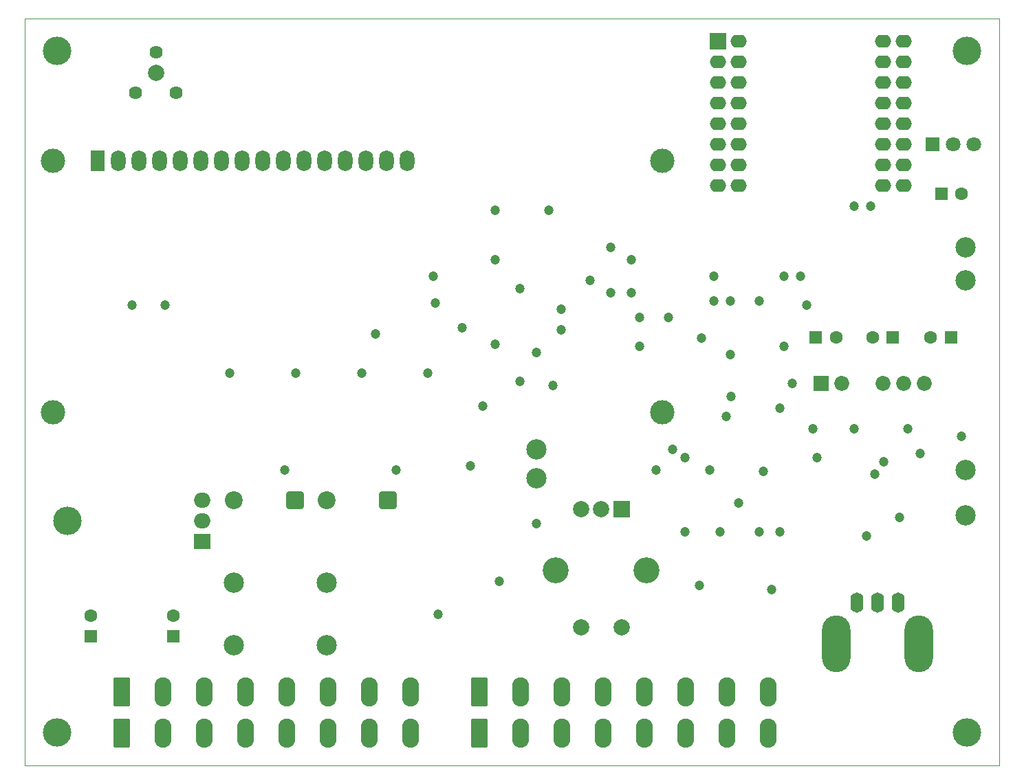
<source format=gbr>
%TF.GenerationSoftware,KiCad,Pcbnew,7.0.7*%
%TF.CreationDate,2023-11-21T19:35:23-10:00*%
%TF.ProjectId,Controller,436f6e74-726f-46c6-9c65-722e6b696361,New*%
%TF.SameCoordinates,Original*%
%TF.FileFunction,Soldermask,Top*%
%TF.FilePolarity,Negative*%
%FSLAX46Y46*%
G04 Gerber Fmt 4.6, Leading zero omitted, Abs format (unit mm)*
G04 Created by KiCad (PCBNEW 7.0.7) date 2023-11-21 19:35:23*
%MOMM*%
%LPD*%
G01*
G04 APERTURE LIST*
G04 Aperture macros list*
%AMRoundRect*
0 Rectangle with rounded corners*
0 $1 Rounding radius*
0 $2 $3 $4 $5 $6 $7 $8 $9 X,Y pos of 4 corners*
0 Add a 4 corners polygon primitive as box body*
4,1,4,$2,$3,$4,$5,$6,$7,$8,$9,$2,$3,0*
0 Add four circle primitives for the rounded corners*
1,1,$1+$1,$2,$3*
1,1,$1+$1,$4,$5*
1,1,$1+$1,$6,$7*
1,1,$1+$1,$8,$9*
0 Add four rect primitives between the rounded corners*
20,1,$1+$1,$2,$3,$4,$5,0*
20,1,$1+$1,$4,$5,$6,$7,0*
20,1,$1+$1,$6,$7,$8,$9,0*
20,1,$1+$1,$8,$9,$2,$3,0*%
G04 Aperture macros list end*
%ADD10R,1.600000X1.600000*%
%ADD11C,1.600000*%
%ADD12C,1.800000*%
%ADD13R,1.800000X1.800000*%
%ADD14C,2.500000*%
%ADD15RoundRect,0.341000X-0.759000X0.759000X-0.759000X-0.759000X0.759000X-0.759000X0.759000X0.759000X0*%
%ADD16C,2.200000*%
%ADD17C,3.500000*%
%ADD18O,3.500000X3.500000*%
%ADD19R,2.000000X1.905000*%
%ADD20O,2.000000X1.905000*%
%ADD21O,1.600000X2.500000*%
%ADD22O,3.500000X7.000000*%
%ADD23RoundRect,0.249997X-0.790003X-1.550003X0.790003X-1.550003X0.790003X1.550003X-0.790003X1.550003X0*%
%ADD24O,2.080000X3.600000*%
%ADD25C,3.000000*%
%ADD26R,1.800000X2.600000*%
%ADD27O,1.800000X2.600000*%
%ADD28R,1.850000X1.850000*%
%ADD29C,1.850000*%
%ADD30R,2.000000X2.000000*%
%ADD31O,2.000000X1.600000*%
%ADD32C,2.000000*%
%ADD33C,3.200000*%
%ADD34C,1.620000*%
%ADD35C,1.200000*%
%TA.AperFunction,Profile*%
%ADD36C,0.050000*%
%TD*%
G04 APERTURE END LIST*
D10*
%TO.C,C3*%
X154472000Y-77216000D03*
D11*
X156972000Y-77216000D03*
%TD*%
D12*
%TO.C,D16*%
X158496000Y-71120000D03*
X155956000Y-71120000D03*
D13*
X153416000Y-71120000D03*
%TD*%
D14*
%TO.C,TP2*%
X157480000Y-116840000D03*
%TD*%
%TO.C,TP4*%
X104648000Y-108712000D03*
%TD*%
%TO.C,TP1*%
X157480000Y-87884000D03*
%TD*%
%TO.C,TP3*%
X157480000Y-111252000D03*
%TD*%
%TO.C,TP5*%
X104648000Y-112268000D03*
%TD*%
%TO.C,TP0*%
X157480000Y-83820000D03*
%TD*%
D15*
%TO.C,K1*%
X74930000Y-114935000D03*
D14*
X67330000Y-125135000D03*
X67330000Y-132835000D03*
D16*
X67330000Y-114935000D03*
%TD*%
D15*
%TO.C,K2*%
X86360000Y-114935000D03*
D14*
X78760000Y-125135000D03*
X78760000Y-132835000D03*
D16*
X78760000Y-114935000D03*
%TD*%
D17*
%TO.C,H4*%
X45600000Y-143600000D03*
%TD*%
%TO.C,H3*%
X157600000Y-143600000D03*
%TD*%
%TO.C,H1*%
X45600000Y-59600000D03*
%TD*%
%TO.C,H2*%
X157600000Y-59600000D03*
%TD*%
D18*
%TO.C,U2*%
X46840000Y-117475000D03*
D19*
X63500000Y-120015000D03*
D20*
X63500000Y-117475000D03*
X63500000Y-114935000D03*
%TD*%
D21*
%TO.C,J3*%
X146600000Y-127600000D03*
D22*
X151680000Y-132680000D03*
D21*
X149140000Y-127600000D03*
X144060000Y-127600000D03*
D22*
X141520000Y-132680000D03*
%TD*%
D23*
%TO.C,J1*%
X53600000Y-138600000D03*
X53600000Y-143680000D03*
D24*
X58680000Y-138600000D03*
X58680000Y-143680000D03*
X63760000Y-138600000D03*
X63760000Y-143680000D03*
X68840000Y-138600000D03*
X68840000Y-143680000D03*
X73920000Y-138600000D03*
X73920000Y-143680000D03*
X79000000Y-138600000D03*
X79000000Y-143680000D03*
X84080000Y-138600000D03*
X84080000Y-143680000D03*
X89160000Y-138600000D03*
X89160000Y-143680000D03*
%TD*%
D23*
%TO.C,J2*%
X97600000Y-138600000D03*
X97600000Y-143680000D03*
D24*
X102680000Y-138600000D03*
X102680000Y-143680000D03*
X107760000Y-138600000D03*
X107760000Y-143680000D03*
X112840000Y-138600000D03*
X112840000Y-143680000D03*
X117920000Y-138600000D03*
X117920000Y-143680000D03*
X123000000Y-138600000D03*
X123000000Y-143680000D03*
X128080000Y-138600000D03*
X128080000Y-143680000D03*
X133160000Y-138600000D03*
X133160000Y-143680000D03*
%TD*%
D25*
%TO.C,DS1*%
X45100900Y-73100000D03*
X45100900Y-104100700D03*
X120099480Y-104100700D03*
X120100000Y-73100000D03*
D26*
X50600000Y-73100000D03*
D27*
X53140000Y-73100000D03*
X55680000Y-73100000D03*
X58220000Y-73100000D03*
X60760000Y-73100000D03*
X63300000Y-73100000D03*
X65840000Y-73100000D03*
X68380000Y-73100000D03*
X70920000Y-73100000D03*
X73460000Y-73100000D03*
X76000000Y-73100000D03*
X78540000Y-73100000D03*
X81080000Y-73100000D03*
X83620000Y-73100000D03*
X86160000Y-73100000D03*
X88700000Y-73100000D03*
%TD*%
D10*
%TO.C,C8*%
X155637113Y-94867000D03*
D11*
X153137113Y-94867000D03*
%TD*%
D10*
%TO.C,C2*%
X49784000Y-131708651D03*
D11*
X49784000Y-129208651D03*
%TD*%
D28*
%TO.C,PS1*%
X139700000Y-100584000D03*
D29*
X142240000Y-100584000D03*
X147320000Y-100584000D03*
X149860000Y-100584000D03*
X152400000Y-100584000D03*
%TD*%
D10*
%TO.C,C7*%
X139025621Y-94867000D03*
D11*
X141525621Y-94867000D03*
%TD*%
D10*
%TO.C,C9*%
X148502380Y-94867000D03*
D11*
X146002380Y-94867000D03*
%TD*%
D10*
%TO.C,C1*%
X59944000Y-131708651D03*
D11*
X59944000Y-129208651D03*
%TD*%
D30*
%TO.C,U1*%
X127000000Y-58420000D03*
D31*
X127000000Y-60960000D03*
X127000000Y-63500000D03*
X127000000Y-66040000D03*
X127000000Y-68580000D03*
X127000000Y-71120000D03*
X127000000Y-73660000D03*
X127000000Y-76200000D03*
X149860000Y-76200000D03*
X149860000Y-73660000D03*
X149860000Y-71120000D03*
X149860000Y-68580000D03*
X149860000Y-66040000D03*
X149860000Y-63500000D03*
X149860000Y-60960000D03*
X149860000Y-58420000D03*
X129540000Y-58420000D03*
X129540000Y-60960000D03*
X129540000Y-63500000D03*
X129540000Y-66040000D03*
X129540000Y-68580000D03*
X129540000Y-71120000D03*
X129540000Y-73660000D03*
X129540000Y-76200000D03*
X147320000Y-76200000D03*
X147320000Y-73660000D03*
X147320000Y-71120000D03*
X147320000Y-68580000D03*
X147320000Y-66040000D03*
X147320000Y-63500000D03*
X147320000Y-60960000D03*
X147320000Y-58420000D03*
%TD*%
D32*
%TO.C,S1*%
X115100000Y-130600000D03*
X110100000Y-130600000D03*
D33*
X107000000Y-123600000D03*
X118200000Y-123600000D03*
D32*
X112600000Y-116100000D03*
X110100000Y-116100000D03*
D30*
X115100000Y-116100000D03*
%TD*%
D32*
%TO.C,R51*%
X57785000Y-62270000D03*
D34*
X60285000Y-64770000D03*
X57785000Y-59770000D03*
X55285000Y-64770000D03*
%TD*%
D35*
X145796000Y-78740000D03*
X143764000Y-78740000D03*
X107696000Y-91440000D03*
X107696000Y-93980000D03*
X99568000Y-95758000D03*
X95504000Y-93726000D03*
X106680000Y-100838000D03*
X104648000Y-96774000D03*
X98044000Y-103378000D03*
X99568000Y-85344000D03*
X138684000Y-106172000D03*
X136144000Y-100584000D03*
X128559000Y-102143000D03*
X156972000Y-107059000D03*
X139192000Y-109728000D03*
X120838000Y-92456000D03*
X91948000Y-87376000D03*
X128524000Y-97028000D03*
X133604000Y-125984000D03*
X87376000Y-111252000D03*
X132588000Y-111379000D03*
X73660000Y-111252000D03*
X102616000Y-88900000D03*
X74944000Y-99300000D03*
X104648000Y-117856000D03*
X117348000Y-92456000D03*
X92482000Y-129006000D03*
X137922000Y-90932000D03*
X66816000Y-99328000D03*
X132080000Y-118872000D03*
X83072000Y-99300000D03*
X100076000Y-124968000D03*
X91200000Y-99300000D03*
X124714000Y-125476000D03*
X96520000Y-110744000D03*
X147392500Y-110236000D03*
X151892000Y-109220000D03*
X149352000Y-117094000D03*
X111252000Y-87884000D03*
X106172000Y-79248000D03*
X134620000Y-118872000D03*
X125984000Y-111252000D03*
X117348000Y-96012000D03*
X129540000Y-115316000D03*
X135128000Y-96012000D03*
X119307500Y-111252000D03*
X102616000Y-100330000D03*
X124968000Y-94996000D03*
X146304000Y-111760000D03*
X143764000Y-106172000D03*
X145288000Y-119380000D03*
X128016000Y-104648000D03*
X150368000Y-106172000D03*
X134620000Y-103632000D03*
X121412000Y-108712000D03*
X122936000Y-109728000D03*
X113792000Y-83820000D03*
X113792000Y-89408000D03*
X116332000Y-85344000D03*
X116332000Y-89408000D03*
X126492000Y-90424000D03*
X126492000Y-87376000D03*
X84836000Y-94488000D03*
X92202000Y-90678000D03*
X54864000Y-90932000D03*
X58928000Y-90932000D03*
X99568000Y-79248000D03*
X137160000Y-87376000D03*
X132080000Y-90424000D03*
X127254000Y-118872000D03*
X122936000Y-118872000D03*
X135128000Y-87376000D03*
X128524000Y-90424000D03*
D36*
X161600000Y-147600000D02*
X41600000Y-147600000D01*
X41600000Y-147600000D02*
X41600000Y-55600000D01*
X41600000Y-55600000D02*
X161600000Y-55600000D01*
X161600000Y-55600000D02*
X161600000Y-147600000D01*
M02*

</source>
